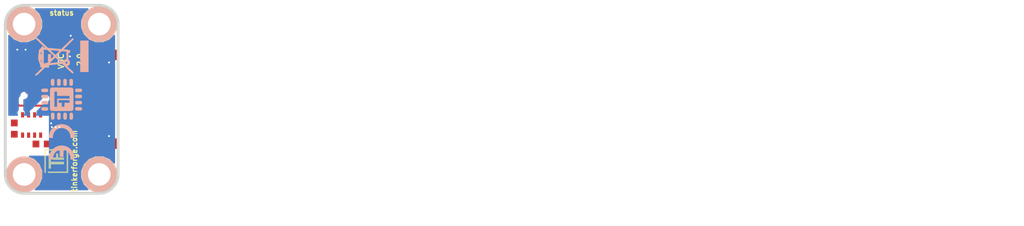
<source format=kicad_pcb>
(kicad_pcb (version 4) (host pcbnew 4.0.2+dfsg1-stable)
  (title_block (title "VOC Bricklet") (date 2017-11-13) (rev 1.0) (company "Tinkerforge GmbH") (comment 1 "Licensed under CERN OHL v.1.1") (comment 2 "Copyright (©) 2017, L.Lauer <lukas@tinkerforge.com>"))
  (layers (0 F.Cu signal) (31 B.Cu signal hide) (34 B.Paste user) (35 F.Paste user) (36 B.SilkS user) (37 F.SilkS user) (38 B.Mask user) (39 F.Mask user) (44 Edge.Cuts user))
  (net 0 "")
  (net 1 GND)
  (net 2 VCC)
  (net 3 "Net-(D101-Pad2)")
  (net 4 "Net-(P101-Pad4)")
  (net 5 "Net-(P101-Pad5)")
  (net 6 "Net-(P101-Pad6)")
  (net 7 "Net-(C102-Pad2)")
  (net 8 "Net-(R101-Pad1)")
  (net 9 S-MISO)
  (net 10 S-CS)
  (net 11 S-CLK)
  (net 12 S-MOSI)
  (net 13 "Net-(P102-Pad1)")
  (net 14 "Net-(P103-Pad2)")
  (net 15 "Net-(C1-Pad2)")
  (net 16 "Net-(C105-Pad2)")
  (net 17 +5V)
  (net 18 M-CS)
  (net 19 M-MOSI)
  (net 20 M-CLK)
  (net 21 M-MISO)
  (net 22 "Net-(U101-Pad2)")
  (net 23 "Net-(U101-Pad3)")
  (net 24 "Net-(U101-Pad5)")
  (net 25 "Net-(U101-Pad6)")
  (net 26 "Net-(U101-Pad8)")
  (net 27 "Net-(U101-Pad11)")
  (net 28 "Net-(U101-Pad12)")
  (net 29 "Net-(U101-Pad13)")
  (net 30 "Net-(U101-Pad14)")
  (net 31 "Net-(U101-Pad16)")
  (net 32 "Net-(U101-Pad21)")
  (module C0603F (layer F.Cu) (at 147 143.2 90)
    (fp_text reference C103)
    (fp_text value 1uF)
    (pad 1 smd rect (at -0.75 0 90) (size 0.9 0.9) (layers F.Cu F.Paste F.Mask) (net 1 GND))
    (pad 2 smd rect (at 0.75 0 90) (size 0.9 0.9) (layers F.Cu F.Paste F.Mask) (net 2 VCC))
  )
  (module C0603F (layer F.Cu) (at 141.7 135.5 45)
    (fp_text reference C104)
    (fp_text value 100nF)
    (pad 1 smd rect (at -0.75 0 45) (size 0.9 0.9) (layers F.Cu F.Paste F.Mask) (net 2 VCC))
    (pad 2 smd rect (at 0.75 0 45) (size 0.9 0.9) (layers F.Cu F.Paste F.Mask) (net 1 GND))
  )
  (module D0603E (layer F.Cu) (at 147.6 130.7)
    (fp_text reference D101)
    (fp_text value blue)
    (pad 1 smd rect (at -0.8501 0) (size 1.1 1) (layers F.Cu F.Paste F.Mask) (net 2 VCC))
    (pad 2 smd rect (at 0.8501 0) (size 1.1 1) (layers F.Cu F.Paste F.Mask) (net 3 "Net-(D101-Pad2)"))
  )
  (module R0603F (layer F.Cu) (at 145.95 133.3 45)
    (fp_text reference R101)
    (fp_text value 1k)
    (pad 1 smd rect (at -0.75 0 45) (size 0.9 0.9) (layers F.Cu F.Paste F.Mask) (net 8 "Net-(R101-Pad1)"))
    (pad 2 smd rect (at 0.75 0 45) (size 0.9 0.9) (layers F.Cu F.Paste F.Mask) (net 3 "Net-(D101-Pad2)"))
  )
  (module DRILL_NP (layer F.Cu) (at 152.6 131)
    (fp_text reference U103 hide)
    (fp_text value DRILL hide)
    (pad "" np_thru_hole circle (at 0 0) (size 2.99974 2.99974) (drill 2.99974) (layers *.Cu *.Mask F.SilkS) (clearance 0.89916))
  )
  (module DRILL_NP (layer F.Cu) (at 152.6 151)
    (fp_text reference U104 hide)
    (fp_text value DRILL hide)
    (pad "" np_thru_hole circle (at 0 0) (size 2.99974 2.99974) (drill 2.99974) (layers *.Cu *.Mask F.SilkS) (clearance 0.89916))
  )
  (module DRILL_NP (layer F.Cu) (at 142.6 131)
    (fp_text reference U105 hide)
    (fp_text value DRILL hide)
    (pad "" np_thru_hole circle (at 0 0) (size 2.99974 2.99974) (drill 2.99974) (layers *.Cu *.Mask F.SilkS) (clearance 0.89916))
  )
  (module DRILL_NP (layer F.Cu) (at 142.6 151)
    (fp_text reference U106 hide)
    (fp_text value DRILL hide)
    (pad "" np_thru_hole circle (at 0 0) (size 2.99974 2.99974) (drill 2.99974) (layers *.Cu *.Mask F.SilkS) (clearance 0.89916))
  )
  (module C0402E (layer F.Cu) (at 148.7 136.6 270)
    (fp_text reference C102)
    (fp_text value 220pF)
    (pad 1 smd rect (at -0.65 0 270) (size 0.7 0.9) (layers F.Cu F.Paste F.Mask) (net 1 GND))
    (pad 2 smd rect (at 0.65 0 270) (size 0.7 0.9) (layers F.Cu F.Paste F.Mask) (net 7 "Net-(C102-Pad2)"))
  )
  (module C0805 (layer F.Cu) (at 148.5 143.4 90)
    (fp_text reference C101)
    (fp_text value 10uF)
    (pad 1 smd rect (at -1.00076 0 90) (size 1.00076 1.24968) (layers F.Cu F.Paste F.Mask) (net 1 GND) (clearance 0.14986))
    (pad 2 smd rect (at 1.00076 0 90) (size 1.00076 1.24968) (layers F.Cu F.Paste F.Mask) (net 2 VCC) (clearance 0.14986))
  )
  (module kicad-libraries:Logo_31x31 (layer F.Cu) (at 145.3 150.8 90)
    (fp_text reference G*** hide)
    (fp_text value Logo_31x31 hide)
  )
  (module kicad-libraries:Logo_CoMCU (layer B.Cu) (at 147.6 141 270)
    (fp_text reference G*** hide)
    (fp_text value LOGO hide)
  )
  (module kicad-libraries:WEEE_7mm (layer B.Cu) (at 147.6 135.3 270)
    (fp_text reference G*** hide)
    (fp_text value LOGO hide)
  )
  (module kicad-libraries:CE_5mm (layer B.Cu) (at 147.6 146.7 270)
    (fp_text reference VAL hide)
    (fp_text value CE_5mm hide)
  )
  (module kicad-libraries:Fiducial_Mark (layer F.Cu) (at 147.6 152)
    (fp_text reference Fiducial_Mark hide)
    (fp_text value VAL** hide)
    (pad 1 smd circle (at 0 0) (size 1.00076 1.00076) (layers F.Cu F.Paste F.Mask) (clearance 0.65024))
  )
  (module kicad-libraries:Fiducial_Mark (layer F.Cu) (at 153.6 137.5)
    (fp_text reference Fiducial_Mark hide)
    (fp_text value VAL** hide)
    (pad 1 smd circle (at 0 0) (size 1.00076 1.00076) (layers F.Cu F.Paste F.Mask) (clearance 0.65024))
  )
  (module kicad-libraries:DEBUG_PAD (layer F.Cu) (at 141.5 140.1 270)
    (fp_text reference P102)
    (fp_text value DEBUG)
    (pad 1 smd circle (at 0 0 270) (size 0.7 0.7) (layers F.Cu F.Paste F.Mask) (net 13 "Net-(P102-Pad1)"))
  )
  (module kicad-libraries:SolderJumper (layer F.Cu) (at 148.8 133.6 270)
    (fp_text reference P103)
    (fp_text value BOOT)
    (pad 2 smd rect (at 0.55 0 270) (size 0.3 1.4) (layers F.Cu F.Mask) (net 14 "Net-(P103-Pad2)"))
    (pad 2 smd rect (at 0.15 0 270) (size 0.6 0.5) (layers F.Cu F.Mask) (net 14 "Net-(P103-Pad2)"))
    (pad 1 smd rect (at -0.5 0 270) (size 0.4 1.4) (layers F.Cu F.Mask) (net 1 GND))
    (pad 1 smd rect (at -0.225 0.55 270) (size 0.95 0.3) (layers F.Cu F.Mask) (net 1 GND))
    (pad 1 smd rect (at -0.225 -0.55 270) (size 0.95 0.3) (layers F.Cu F.Mask) (net 1 GND))
  )
  (module kicad-libraries:QFN24-4x4mm-0.5mm (layer F.Cu) (at 144.1 137.9 225)
    (fp_text reference U101)
    (fp_text value XMC1100-16)
    (pad 1 smd oval (at -2.025 -1.25 225) (size 1 0.3) (layers F.Cu F.Paste F.Mask) (net 9 S-MISO))
    (pad 2 smd oval (at -2.025 -0.75 225) (size 1 0.3) (layers F.Cu F.Paste F.Mask) (net 22 "Net-(U101-Pad2)"))
    (pad 3 smd oval (at -2.025 -0.25 225) (size 1 0.3) (layers F.Cu F.Paste F.Mask) (net 23 "Net-(U101-Pad3)"))
    (pad 4 smd oval (at -2.025 0.25 225) (size 1 0.3) (layers F.Cu F.Paste F.Mask) (net 14 "Net-(P103-Pad2)"))
    (pad 5 smd oval (at -2.025 0.75 225) (size 1 0.3) (layers F.Cu F.Paste F.Mask) (net 24 "Net-(U101-Pad5)"))
    (pad 6 smd oval (at -2.025 1.25 225) (size 1 0.3) (layers F.Cu F.Paste F.Mask) (net 25 "Net-(U101-Pad6)"))
    (pad 7 smd oval (at -1.25 2.025 315) (size 1 0.3) (layers F.Cu F.Paste F.Mask) (net 8 "Net-(R101-Pad1)"))
    (pad 8 smd oval (at -0.75 2.025 315) (size 1 0.3) (layers F.Cu F.Paste F.Mask) (net 26 "Net-(U101-Pad8)"))
    (pad 9 smd oval (at -0.25 2.025 315) (size 1 0.3) (layers F.Cu F.Paste F.Mask) (net 1 GND))
    (pad 10 smd oval (at 0.25 2.025 315) (size 1 0.3) (layers F.Cu F.Paste F.Mask) (net 2 VCC))
    (pad 11 smd oval (at 0.75 2.025 315) (size 1 0.3) (layers F.Cu F.Paste F.Mask) (net 27 "Net-(U101-Pad11)"))
    (pad 12 smd oval (at 1.25 2.025 315) (size 1 0.3) (layers F.Cu F.Paste F.Mask) (net 28 "Net-(U101-Pad12)"))
    (pad 13 smd oval (at 2.025 1.25 225) (size 1 0.3) (layers F.Cu F.Paste F.Mask) (net 29 "Net-(U101-Pad13)"))
    (pad 14 smd oval (at 2.025 0.75 225) (size 1 0.3) (layers F.Cu F.Paste F.Mask) (net 30 "Net-(U101-Pad14)"))
    (pad 15 smd oval (at 2.025 0.25 225) (size 1 0.3) (layers F.Cu F.Paste F.Mask) (net 13 "Net-(P102-Pad1)"))
    (pad 16 smd oval (at 2.025 -0.25 225) (size 1 0.3) (layers F.Cu F.Paste F.Mask) (net 31 "Net-(U101-Pad16)"))
    (pad 17 smd oval (at 2.025 -0.75 225) (size 1 0.3) (layers F.Cu F.Paste F.Mask) (net 21 M-MISO))
    (pad 18 smd oval (at 2.025 -1.25 225) (size 1 0.3) (layers F.Cu F.Paste F.Mask) (net 19 M-MOSI))
    (pad 19 smd oval (at 1.25 -2.025 315) (size 1 0.3) (layers F.Cu F.Paste F.Mask) (net 20 M-CLK))
    (pad 20 smd oval (at 0.75 -2.025 315) (size 1 0.3) (layers F.Cu F.Paste F.Mask) (net 18 M-CS))
    (pad 21 smd oval (at 0.25 -2.025 315) (size 1 0.3) (layers F.Cu F.Paste F.Mask) (net 32 "Net-(U101-Pad21)"))
    (pad 22 smd oval (at -0.25 -2.025 315) (size 1 0.3) (layers F.Cu F.Paste F.Mask) (net 10 S-CS))
    (pad 23 smd oval (at -0.75 -2.025 315) (size 1 0.3) (layers F.Cu F.Paste F.Mask) (net 11 S-CLK))
    (pad 24 smd oval (at -1.25 -2.025 315) (size 1 0.3) (layers F.Cu F.Paste F.Mask) (net 12 S-MOSI))
    (pad EXP smd rect (at 0.65 0.65 225) (size 1.3 1.3) (layers F.Cu F.Paste F.Mask) (net 1 GND))
    (pad EXP smd rect (at 0.65 -0.65 225) (size 1.3 1.3) (layers F.Cu F.Paste F.Mask) (net 1 GND))
    (pad EXP smd rect (at -0.65 0.65 225) (size 1.3 1.3) (layers F.Cu F.Paste F.Mask) (net 1 GND))
    (pad EXP smd rect (at -0.65 -0.65 225) (size 1.3 1.3) (layers F.Cu F.Paste F.Mask) (net 1 GND))
  )
  (module CON-SENSOR2 (layer F.Cu) (at 155.1 141 90)
    (fp_text reference P101)
    (fp_text value CON-SENSOR2)
    (pad 1 smd rect (at -3.75 -4.6 90) (size 0.6 1.8) (layers F.Cu F.Paste F.Mask) (net 17 +5V))
    (pad 2 smd rect (at -2.5 -4.6 90) (size 0.6 1.8) (layers F.Cu F.Paste F.Mask) (net 1 GND))
    (pad EP smd rect (at -5.9 -1.2 90) (size 1.4 2.4) (layers F.Cu F.Paste F.Mask) (net 1 GND))
    (pad EP smd rect (at 5.9 -1.2 90) (size 1.4 2.4) (layers F.Cu F.Paste F.Mask) (net 1 GND))
    (pad 3 smd rect (at -1.25 -4.6 90) (size 0.6 1.8) (layers F.Cu F.Paste F.Mask) (net 2 VCC))
    (pad 4 smd rect (at 0 -4.6 90) (size 0.6 1.8) (layers F.Cu F.Paste F.Mask) (net 4 "Net-(P101-Pad4)"))
    (pad 5 smd rect (at 1.25 -4.6 90) (size 0.6 1.8) (layers F.Cu F.Paste F.Mask) (net 5 "Net-(P101-Pad5)"))
    (pad 6 smd rect (at 2.5 -4.6 90) (size 0.6 1.8) (layers F.Cu F.Paste F.Mask) (net 6 "Net-(P101-Pad6)"))
    (pad 7 smd rect (at 3.75 -4.6 90) (size 0.6 1.8) (layers F.Cu F.Paste F.Mask) (net 7 "Net-(C102-Pad2)"))
  )
  (module 4X0402 (layer F.Cu) (at 148.2 139.1 90)
    (fp_text reference RP101)
    (fp_text value 82)
    (pad 1 smd rect (at -0.7493 0.575 270) (size 0.29972 0.65) (layers F.Cu F.Paste F.Mask) (net 4 "Net-(P101-Pad4)"))
    (pad 2 smd rect (at -0.24892 0.575 270) (size 0.29972 0.65) (layers F.Cu F.Paste F.Mask) (net 5 "Net-(P101-Pad5)"))
    (pad 3 smd rect (at 0.24892 0.575 270) (size 0.29972 0.65) (layers F.Cu F.Paste F.Mask) (net 6 "Net-(P101-Pad6)"))
    (pad 4 smd rect (at 0.7493 0.575 270) (size 0.29972 0.65) (layers F.Cu F.Paste F.Mask) (net 7 "Net-(C102-Pad2)"))
    (pad 5 smd rect (at 0.7493 -0.575 90) (size 0.29972 0.65) (layers F.Cu F.Paste F.Mask) (net 9 S-MISO))
    (pad 6 smd rect (at 0.24892 -0.575 90) (size 0.29972 0.65) (layers F.Cu F.Paste F.Mask) (net 12 S-MOSI))
    (pad 7 smd rect (at -0.24892 -0.575 90) (size 0.29972 0.65) (layers F.Cu F.Paste F.Mask) (net 11 S-CLK))
    (pad 8 smd rect (at -0.7493 -0.575 90) (size 0.29972 0.65) (layers F.Cu F.Paste F.Mask) (net 10 S-CS))
  )
  (module C0603F (layer F.Cu) (at 144.925 146.95 180)
    (fp_text reference C1)
    (fp_text value 100nF)
    (pad 1 smd rect (at -0.75 0 180) (size 0.9 0.9) (layers F.Cu F.Paste F.Mask) (net 2 VCC))
    (pad 2 smd rect (at 0.75 0 180) (size 0.9 0.9) (layers F.Cu F.Paste F.Mask) (net 15 "Net-(C1-Pad2)"))
  )
  (module C0603F (layer F.Cu) (at 141.3 144.9 270)
    (fp_text reference C105)
    (fp_text value 100nF)
    (pad 1 smd rect (at -0.75 0 270) (size 0.9 0.9) (layers F.Cu F.Paste F.Mask) (net 2 VCC))
    (pad 2 smd rect (at 0.75 0 270) (size 0.9 0.9) (layers F.Cu F.Paste F.Mask) (net 16 "Net-(C105-Pad2)"))
  )
  (module BME680 (layer F.Cu) (at 143.6 144.425)
    (fp_text reference U1)
    (fp_text value BME680)
    (pad 2 smd rect (at -0.4 -1.35) (size 0.4 0.7) (layers F.Cu F.Paste F.Mask) (net 18 M-CS))
    (pad 3 smd rect (at 0.4 -1.35) (size 0.4 0.7) (layers F.Cu F.Paste F.Mask) (net 19 M-MOSI))
    (pad 4 smd rect (at 1.2 -1.35) (size 0.4 0.7) (layers F.Cu F.Paste F.Mask) (net 20 M-CLK))
    (pad 1 smd rect (at -1.2 -1.35) (size 0.4 0.7) (layers F.Cu F.Paste F.Mask) (net 1 GND))
    (pad 8 smd rect (at -1.2 1.35) (size 0.4 0.7) (layers F.Cu F.Paste F.Mask) (net 16 "Net-(C105-Pad2)"))
    (pad 5 smd rect (at 1.2 1.35) (size 0.4 0.7) (layers F.Cu F.Paste F.Mask) (net 21 M-MISO))
    (pad 7 smd rect (at -0.4 1.35) (size 0.4 0.7) (layers F.Cu F.Paste F.Mask) (net 1 GND))
    (pad 6 smd rect (at 0.4 1.35) (size 0.4 0.7) (layers F.Cu F.Paste F.Mask) (net 15 "Net-(C1-Pad2)"))
  )
  (gr_text 2.0 (at 150.025 135.75 90) (layer F.SilkS) (effects (font (size 0.7 0.7))))
  (gr_text status (at 147.6 129.5) (layer F.SilkS) (effects (font (size 0.7 0.7))))
  (gr_text VOC (at 147.525 135.95 90) (layer F.SilkS) (effects (font (size 0.7 0.7))))
  (gr_text tinkerforge.com (at 149.3 149.2 90) (layer F.SilkS) (effects (font (size 0.7 0.7))))
  (gr_line (start 152.6 128.5) (end 142.6 128.5) (angle 90) (layer Edge.Cuts) (width 0.381))
  (gr_line (start 155.1 151) (end 155.1 131) (angle 90) (layer Edge.Cuts) (width 0.381))
  (gr_line (start 142.6 153.5) (end 152.6 153.5) (angle 90) (layer Edge.Cuts) (width 0.381))
  (gr_line (start 140.1 131) (end 140.1 151) (angle 90) (layer Edge.Cuts) (width 0.381))
  (gr_arc (start 142.6 131) (end 140.1 131) (angle 90) (layer Edge.Cuts) (width 0.381))
  (gr_arc (start 142.6 151) (end 142.6 153.5) (angle 90) (layer Edge.Cuts) (width 0.381))
  (gr_arc (start 152.6 151) (end 155.1 151) (angle 90) (layer Edge.Cuts) (width 0.381))
  (gr_arc (start 152.6 131) (end 152.6 128.5) (angle 90) (layer Edge.Cuts) (width 0.381))
  (segment (start 148.8 133.1) (end 149.35 133.1) (width 0.25) (layer F.Cu) (net 1))
  (segment (start 149.35 133.1) (end 149.35 133.4) (width 0.25) (layer F.Cu) (net 1))
  (segment (start 149.35 133.4) (end 149.35 133.375) (width 0.25) (layer F.Cu) (net 1))
  (segment (start 148.8 133.1) (end 148.25 133.1) (width 0.25) (layer F.Cu) (net 1))
  (segment (start 148.25 133.1) (end 148.25 133.4) (width 0.25) (layer F.Cu) (net 1))
  (segment (start 148.25 133.4) (end 148.25 133.375) (width 0.25) (layer F.Cu) (net 1))
  (segment (start 148.8 133.1) (end 148.8 132.55) (width 0.25) (layer F.Cu) (net 1))
  (via (at 148.8 132.55) (size 0.55) (drill 0.25) (layers F.Cu B.Cu) (net 1))
  (segment (start 142.23033 134.96967) (end 141.7 134.43934) (width 0.5) (layer F.Cu) (net 1))
  (via (at 141.7 134.4) (size 0.55) (drill 0.25) (layers F.Cu B.Cu) (net 1))
  (segment (start 141.7 134.43934) (end 141.7 134.4) (width 0.5) (layer F.Cu) (net 1))
  (segment (start 142.844885 136.291332) (end 143.534314 136.980761) (width 0.25) (layer F.Cu) (net 1))
  (segment (start 143.534314 136.980761) (end 144.1 136.980761) (width 0.25) (layer F.Cu) (net 1))
  (segment (start 144.1 136.980761) (end 143.180761 137.9) (width 0.25) (layer F.Cu) (net 1))
  (segment (start 144.1 138.819239) (end 143.180761 137.9) (width 0.25) (layer F.Cu) (net 1))
  (segment (start 145.019239 137.9) (end 144.1 136.980761) (width 0.25) (layer F.Cu) (net 1))
  (segment (start 142.23033 134.96967) (end 142.8 134.4) (width 0.5) (layer F.Cu) (net 1))
  (via (at 142.8 134.4) (size 0.55) (drill 0.25) (layers F.Cu B.Cu) (net 1))
  (segment (start 148.7 135.95) (end 148.7 135.3) (width 0.5) (layer F.Cu) (net 1))
  (via (at 148.7 135.3) (size 0.55) (drill 0.25) (layers F.Cu B.Cu) (net 1))
  (segment (start 153.9 135.1) (end 153.9 136.1) (width 0.5) (layer F.Cu) (net 1))
  (via (at 153.9 136.1) (size 0.55) (drill 0.25) (layers F.Cu B.Cu) (net 1))
  (segment (start 153.9 146.9) (end 153.9 145.9) (width 0.5) (layer F.Cu) (net 1))
  (via (at 153.9 145.9) (size 0.55) (drill 0.25) (layers F.Cu B.Cu) (net 1))
  (segment (start 148.5 144.40076) (end 147.90076 144.40076) (width 0.5) (layer F.Cu) (net 1))
  (segment (start 147.90076 144.40076) (end 147.45 143.95) (width 0.5) (layer F.Cu) (net 1))
  (segment (start 147.45 143.95) (end 147 143.95) (width 0.5) (layer F.Cu) (net 1))
  (segment (start 150.5 143.5) (end 149.9 143.5) (width 0.5) (layer F.Cu) (net 1))
  (segment (start 149.9 143.5) (end 148.99924 144.40076) (width 0.5) (layer F.Cu) (net 1))
  (segment (start 148.99924 144.40076) (end 148.5 144.40076) (width 0.5) (layer F.Cu) (net 1))
  (segment (start 147 143.95) (end 146.45 143.95) (width 0.5) (layer F.Cu) (net 1))
  (via (at 146.2 144.2) (size 0.55) (drill 0.25) (layers F.Cu B.Cu) (net 1))
  (segment (start 146.45 143.95) (end 146.2 144.2) (width 0.5) (layer F.Cu) (net 1))
  (segment (start 147 143.95) (end 146.95 143.95) (width 0.5) (layer F.Cu) (net 1))
  (segment (start 146.95 143.95) (end 146.3 144.6) (width 0.5) (layer F.Cu) (net 1))
  (via (at 146.3 144.7) (size 0.55) (drill 0.25) (layers F.Cu B.Cu) (net 1))
  (segment (start 146.3 144.6) (end 146.3 144.7) (width 0.5) (layer F.Cu) (net 1))
  (segment (start 147 143.95) (end 147 144.5) (width 0.5) (layer F.Cu) (net 1))
  (via (at 146.8 144.7) (size 0.55) (drill 0.25) (layers F.Cu B.Cu) (net 1))
  (segment (start 147 144.5) (end 146.8 144.7) (width 0.5) (layer F.Cu) (net 1))
  (segment (start 147 143.95) (end 147 144.4) (width 0.5) (layer F.Cu) (net 1))
  (segment (start 147 144.4) (end 147.3 144.7) (width 0.5) (layer F.Cu) (net 1))
  (via (at 147.3 144.7) (size 0.55) (drill 0.25) (layers F.Cu B.Cu) (net 1))
  (segment (start 142.844885 136.291332) (end 142.4 135.846447) (width 0.25) (layer F.Cu) (net 1))
  (segment (start 142.4 135.846447) (end 142.4 135.13934) (width 0.25) (layer F.Cu) (net 1))
  (segment (start 142.4 135.13934) (end 142.23033 134.96967) (width 0.25) (layer F.Cu) (net 1))
  (segment (start 146.55 142.45) (end 147 142.45) (width 0.2) (layer F.Cu) (net 2))
  (segment (start 142.20112 141.8491) (end 141.9491 141.8491) (width 0.25) (layer F.Cu) (net 2))
  (segment (start 140.8 136.4) (end 141.16967 136.03033) (width 0.25) (layer F.Cu) (net 2))
  (segment (start 140.8 139.5) (end 140.8 136.4) (width 0.25) (layer F.Cu) (net 2))
  (segment (start 140.8 140.7) (end 140.8 139.5) (width 0.25) (layer F.Cu) (net 2))
  (segment (start 141.9491 141.8491) (end 140.8 140.7) (width 0.25) (layer F.Cu) (net 2))
  (segment (start 143.00122 141.8491) (end 142.20112 141.8491) (width 0.25) (layer F.Cu) (net 2))
  (segment (start 143.79878 141.8491) (end 143.00122 141.8491) (width 0.25) (layer F.Cu) (net 2))
  (segment (start 144.59888 141.8491) (end 143.79878 141.8491) (width 0.25) (layer F.Cu) (net 2))
  (segment (start 147 142.45) (end 146.25 142.45) (width 0.25) (layer F.Cu) (net 2))
  (segment (start 145.6491 141.8491) (end 144.59888 141.8491) (width 0.25) (layer F.Cu) (net 2))
  (segment (start 146.25 142.45) (end 145.6491 141.8491) (width 0.25) (layer F.Cu) (net 2))
  (segment (start 147 142.45) (end 146.65 142.45) (width 0.25) (layer F.Cu) (net 2))
  (segment (start 146.7499 130.7) (end 146.7499 130.9501) (width 0.25) (layer F.Cu) (net 2))
  (segment (start 146.7499 130.9501) (end 143.95 133.75) (width 0.25) (layer F.Cu) (net 2))
  (segment (start 140.75 135.61066) (end 141.16967 136.03033) (width 0.25) (layer F.Cu) (net 2))
  (segment (start 140.75 134.45) (end 140.75 135.61066) (width 0.25) (layer F.Cu) (net 2))
  (segment (start 141.45 133.75) (end 140.75 134.45) (width 0.25) (layer F.Cu) (net 2))
  (segment (start 143.95 133.75) (end 141.45 133.75) (width 0.25) (layer F.Cu) (net 2))
  (segment (start 148.5 142.39924) (end 147.05076 142.39924) (width 0.5) (layer F.Cu) (net 2))
  (segment (start 147.05076 142.39924) (end 147 142.45) (width 0.5) (layer F.Cu) (net 2))
  (segment (start 150.5 142.25) (end 149.45 142.25) (width 0.5) (layer F.Cu) (net 2))
  (segment (start 149.30076 142.39924) (end 148.5 142.39924) (width 0.5) (layer F.Cu) (net 2))
  (segment (start 149.45 142.25) (end 149.30076 142.39924) (width 0.5) (layer F.Cu) (net 2))
  (segment (start 142.491332 136.644885) (end 142.046447 136.2) (width 0.25) (layer F.Cu) (net 2))
  (segment (start 142.046447 136.2) (end 141.33934 136.2) (width 0.25) (layer F.Cu) (net 2))
  (segment (start 141.33934 136.2) (end 141.16967 136.03033) (width 0.25) (layer F.Cu) (net 2))
  (segment (start 148.4501 130.7) (end 148.4501 130.7999) (width 0.25) (layer F.Cu) (net 3))
  (segment (start 148.4501 130.7999) (end 146.48033 132.76967) (width 0.25) (layer F.Cu) (net 3))
  (segment (start 148.35 130.8001) (end 148.4501 130.7) (width 0.25) (layer F.Cu) (net 3))
  (segment (start 148.775 139.8493) (end 148.9493 139.8493) (width 0.25) (layer F.Cu) (net 4))
  (segment (start 148.9493 139.8493) (end 149.2 140.1) (width 0.25) (layer F.Cu) (net 4))
  (segment (start 149.2 140.1) (end 149.2 140.5) (width 0.25) (layer F.Cu) (net 4))
  (segment (start 149.2 140.5) (end 149.7 141) (width 0.25) (layer F.Cu) (net 4))
  (segment (start 149.7 141) (end 150.5 141) (width 0.25) (layer F.Cu) (net 4))
  (segment (start 148.775 139.34892) (end 149.24892 139.34892) (width 0.25) (layer F.Cu) (net 5))
  (segment (start 149.24892 139.34892) (end 149.65 139.75) (width 0.25) (layer F.Cu) (net 5))
  (segment (start 149.65 139.75) (end 150.5 139.75) (width 0.25) (layer F.Cu) (net 5))
  (segment (start 148.775 138.85108) (end 149.24892 138.85108) (width 0.25) (layer F.Cu) (net 6))
  (segment (start 149.24892 138.85108) (end 149.6 138.5) (width 0.25) (layer F.Cu) (net 6))
  (segment (start 149.6 138.5) (end 150.5 138.5) (width 0.25) (layer F.Cu) (net 6))
  (segment (start 150.5 137.25) (end 148.7 137.25) (width 0.25) (layer F.Cu) (net 7))
  (segment (start 148.775 138.3507) (end 148.7 138.2757) (width 0.25) (layer F.Cu) (net 7))
  (segment (start 148.7 138.2757) (end 148.7 137.25) (width 0.25) (layer F.Cu) (net 7))
  (segment (start 143.551992 135.584225) (end 143.2 135.232233) (width 0.25) (layer F.Cu) (net 8))
  (segment (start 143.2 135.232233) (end 143.2 134.8) (width 0.25) (layer F.Cu) (net 8))
  (segment (start 143.2 134.8) (end 143.6 134.4) (width 0.25) (layer F.Cu) (net 8))
  (segment (start 143.6 134.4) (end 144.85 134.4) (width 0.25) (layer F.Cu) (net 8))
  (segment (start 144.85 134.4) (end 145.41967 133.83033) (width 0.25) (layer F.Cu) (net 8))
  (segment (start 146.415775 137.351992) (end 147.414483 138.3507) (width 0.25) (layer F.Cu) (net 9))
  (segment (start 147.414483 138.3507) (end 147.625 138.3507) (width 0.25) (layer F.Cu) (net 9))
  (segment (start 145.708668 139.155115) (end 146.402853 139.8493) (width 0.25) (layer F.Cu) (net 10))
  (segment (start 146.402853 139.8493) (end 147.625 139.8493) (width 0.25) (layer F.Cu) (net 10))
  (segment (start 146.062221 138.801561) (end 146.60958 139.34892) (width 0.25) (layer F.Cu) (net 11))
  (segment (start 146.60958 139.34892) (end 147.625 139.34892) (width 0.25) (layer F.Cu) (net 11))
  (segment (start 146.415775 138.448008) (end 146.818847 138.85108) (width 0.25) (layer F.Cu) (net 12))
  (segment (start 146.818847 138.85108) (end 147.625 138.85108) (width 0.25) (layer F.Cu) (net 12))
  (segment (start 142.491332 139.155115) (end 141.546447 140.1) (width 0.25) (layer F.Cu) (net 13))
  (segment (start 141.546447 140.1) (end 141.5 140.1) (width 0.25) (layer F.Cu) (net 13))
  (segment (start 148.8 133.75) (end 148.8 134.15) (width 0.25) (layer F.Cu) (net 14))
  (segment (start 148.8 134.35) (end 148.8 134.15) (width 0.25) (layer F.Cu) (net 14))
  (segment (start 148.4 134.75) (end 148.8 134.35) (width 0.25) (layer F.Cu) (net 14))
  (segment (start 146.896447 134.75) (end 148.4 134.75) (width 0.25) (layer F.Cu) (net 14))
  (segment (start 145.355115 136.291332) (end 146.896447 134.75) (width 0.25) (layer F.Cu) (net 14))
  (zone (net 1) (net_name GND) (layer B.Cu) (connect_pads yes (clearance 0.2)) (min_thickness 0.2) (fill yes (arc_segments 16) (thermal_gap 0.21) (thermal_bridge_width 0.21))
    (polygon (pts (xy 140.1 128.5) (xy 155.1 128.5) (xy 155.1 153.5) (xy 140.1 153.5)))
  )
  (zone (net 0) (net_name "") (layer B.Cu) (connect_pads (clearance 0.2)) (min_thickness 0.2)
    (keepout (tracks allowed) (vias allowed) (copperpour not_allowed))
    (fill (arc_segments 16) (thermal_gap 0.21) (thermal_bridge_width 0.21))
    (polygon (pts (xy 140.2 148.5) (xy 140.1 143.2) (xy 145.9 143.2) (xy 145.9 148.5)))
  )
)
</source>
